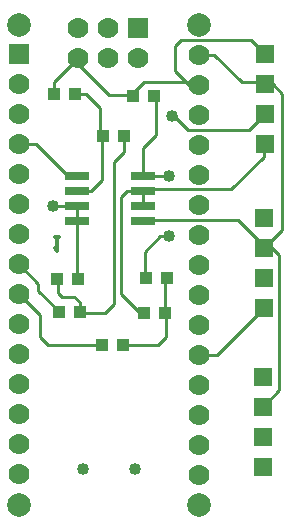
<source format=gbr>
G04 DesignSpark PCB Gerber Version 11.0 Build 5877*
G04 #@! TF.Part,Single*
G04 #@! TF.FileFunction,Copper,L2,Bot*
G04 #@! TF.FilePolarity,Positive*
%FSLAX35Y35*%
%MOIN*%
G04 #@! TA.AperFunction,SMDPad,CuDef*
%ADD22R,0.03940X0.04330*%
G04 #@! TA.AperFunction,ComponentPad*
%ADD14R,0.06000X0.06000*%
%ADD10R,0.07000X0.07000*%
G04 #@! TD.AperFunction*
%ADD20C,0.01000*%
%ADD77C,0.01181*%
G04 #@! TA.AperFunction,ComponentPad*
%ADD12C,0.04000*%
%ADD11C,0.07000*%
%ADD13C,0.07874*%
G04 #@! TA.AperFunction,SMDPad,CuDef*
%ADD21R,0.08000X0.02500*%
G04 #@! TD.AperFunction*
X0Y0D02*
D02*
D10*
X9416Y161938D03*
X49202Y170750D03*
D02*
D11*
X9416Y21938D03*
Y31938D03*
Y41938D03*
Y51938D03*
Y61938D03*
Y71938D03*
Y81938D03*
Y91938D03*
Y101938D03*
Y111938D03*
Y121938D03*
Y131938D03*
Y141938D03*
Y151938D03*
X29202Y160750D03*
Y170750D03*
X39202Y160750D03*
Y170750D03*
X49202Y160750D03*
X69402Y21900D03*
Y31900D03*
Y41900D03*
Y51900D03*
Y61900D03*
Y71900D03*
Y81900D03*
Y91900D03*
Y101900D03*
Y111900D03*
Y121900D03*
Y131900D03*
Y141900D03*
Y151900D03*
Y161900D03*
D02*
D12*
X20679Y111382D03*
X30742Y23833D03*
X48065D03*
X59655Y101283D03*
Y121382D03*
X60443Y141441D03*
D02*
D13*
X9402Y11900D03*
Y171900D03*
X69402Y11900D03*
Y171900D03*
D02*
D14*
X90757Y24433D03*
Y34433D03*
Y44433D03*
Y54433D03*
X91141Y77583D03*
Y87583D03*
Y97583D03*
Y107583D03*
X91466Y131933D03*
Y141933D03*
Y151933D03*
Y161933D03*
D02*
D20*
X21116Y148921D02*
Y152663D01*
X29202Y160750D01*
X22691Y76087D02*
Y76437D01*
X15954Y83173D01*
Y85399D01*
X9416Y91938D01*
X28116Y148921D02*
X31702D01*
X36427Y144197D01*
Y135972D01*
X37651Y134748D01*
X28970Y106382D02*
Y87437D01*
X29297Y87110D01*
X28970Y106382D02*
Y111382D01*
X20679D01*
X28970Y116382D02*
X33415D01*
X37214Y120181D01*
Y134311D01*
X37651Y134748D01*
X28970Y121382D02*
X25777D01*
X15167Y131992D01*
X9470D01*
X9416Y131938D01*
X29202Y160750D02*
Y158902D01*
X39576Y148528D01*
X47100D01*
X47494Y148134D01*
X29691Y76087D02*
Y79280D01*
X27765Y81205D01*
X23828D01*
X22647Y82386D01*
Y86760D01*
X22297Y87110D01*
X37257Y65063D02*
X19104D01*
X16348Y67819D01*
Y75006D01*
X9416Y81938D01*
X44257Y65063D02*
X55718D01*
X58474Y67819D01*
Y75256D01*
X58037Y75693D01*
X44651Y134748D02*
Y129587D01*
X41151Y126087D01*
Y78843D01*
X38002Y75693D01*
X30084D01*
X29691Y76087D01*
X50970Y106382D02*
Y106795D01*
X82342D01*
X91141Y97996D01*
Y97583D01*
X50970Y111382D02*
Y116382D01*
Y117031D01*
X80265D01*
X91151Y127917D01*
Y131618D01*
X91466Y131933D01*
X50970Y116382D02*
X45620D01*
X43513Y114276D01*
Y82035D01*
X49856Y75693D01*
X51037D01*
X50970Y121382D02*
X59655D01*
X50970D02*
Y130787D01*
X55324Y135142D01*
Y147303D01*
X54494Y148134D01*
X58037Y75693D02*
Y86717D01*
X58824Y87504D01*
X59655Y101283D02*
X56506D01*
X51387Y96165D01*
Y87941D01*
X51824Y87504D01*
X60443Y141441D02*
X61230D01*
X65954Y136717D01*
X86250D01*
X91466Y141933D01*
X69402Y61900D02*
X75459D01*
X91141Y77583D01*
X69402Y151900D02*
X66125D01*
X61624Y156402D01*
Y164669D01*
X63592Y166638D01*
X86761D01*
X91466Y161933D01*
X69402Y151900D02*
Y152858D01*
X51260D01*
X47494Y149092D01*
Y148134D01*
X69402Y161900D02*
X74629D01*
X83671Y152858D01*
X90541D01*
X91466Y151933D01*
X91141Y97583D02*
X93671D01*
X96269Y94984D01*
Y49945D01*
X90757Y44433D01*
X91466Y151933D02*
X94045D01*
X97057Y148921D01*
Y103498D01*
X91141Y97583D01*
D02*
D21*
X28970Y106382D03*
Y111382D03*
Y116382D03*
Y121382D03*
X50970Y106382D03*
Y111382D03*
Y116382D03*
Y121382D03*
D02*
D22*
X21116Y148921D03*
X22297Y87110D03*
X22691Y76087D03*
X28116Y148921D03*
X29297Y87110D03*
X29691Y76087D03*
X37257Y65063D03*
X37651Y134748D03*
X44257Y65063D03*
X44651Y134748D03*
X47494Y148134D03*
X51037Y75693D03*
X51824Y87504D03*
X54494Y148134D03*
X58037Y75693D03*
X58824Y87504D03*
D02*
D77*
X21417Y100963D02*
X22893D01*
X22155D02*
Y96534D01*
X21417Y97272D01*
X0Y0D02*
M02*

</source>
